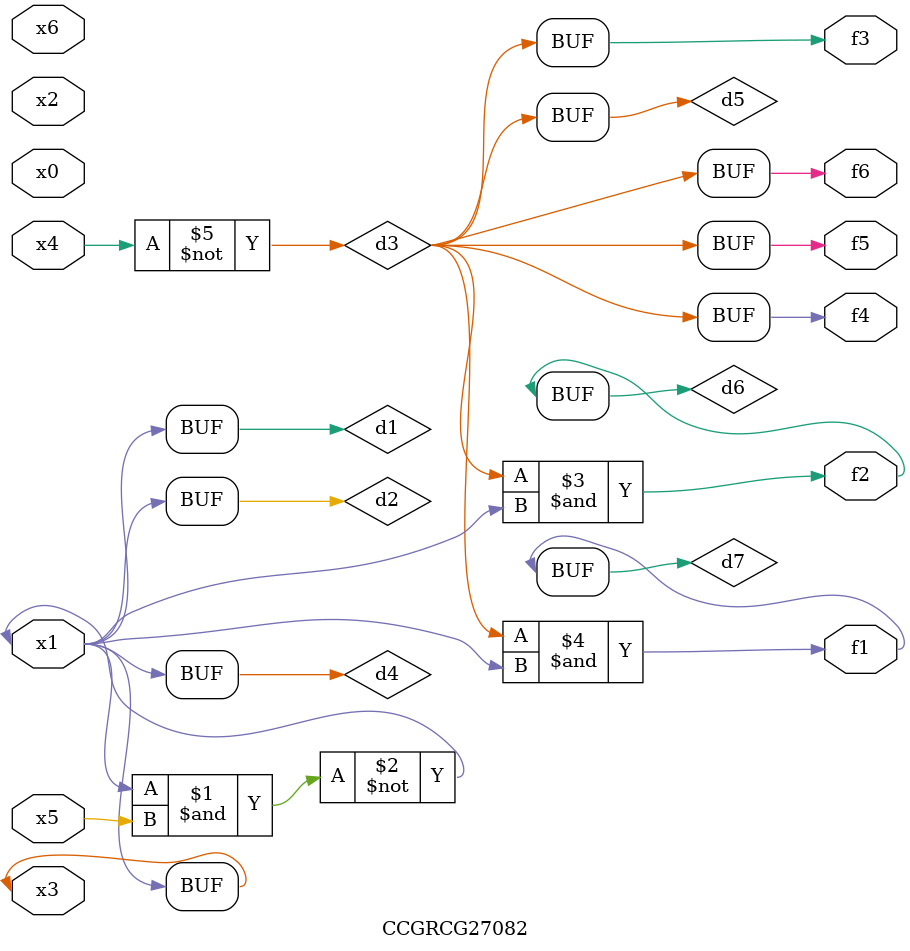
<source format=v>
module CCGRCG27082(
	input x0, x1, x2, x3, x4, x5, x6,
	output f1, f2, f3, f4, f5, f6
);

	wire d1, d2, d3, d4, d5, d6, d7;

	buf (d1, x1, x3);
	nand (d2, x1, x5);
	not (d3, x4);
	buf (d4, d1, d2);
	buf (d5, d3);
	and (d6, d3, d4);
	and (d7, d3, d4);
	assign f1 = d7;
	assign f2 = d6;
	assign f3 = d5;
	assign f4 = d5;
	assign f5 = d5;
	assign f6 = d5;
endmodule

</source>
